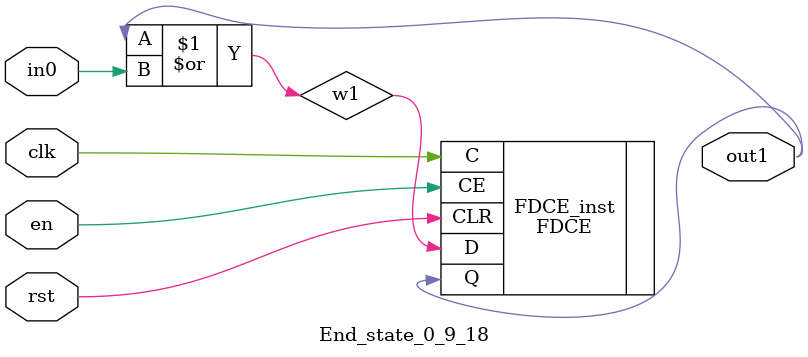
<source format=v>
module engine_0_9(out,clk,sod,en, in_0, in_1, in_3, in_4, in_5, in_6, in_7, in_8, in_12, in_21, in_24, in_25, in_27, in_31);
//pcre: /^[a-zA-Z]+\s+\x2Flogin\x2Ejsp.*\x2E\x2E\x2F/mi
//block char: ^[9], \x20[8], N[0], O[0], L[0], G[0], I[0], S[0], \x2E[8], p[0], [\z617a\z415a][1], \x2F[8], j[0], .[7], 

	input clk,sod,en;

	input in_0, in_1, in_3, in_4, in_5, in_6, in_7, in_8, in_12, in_21, in_24, in_25, in_27, in_31;
	output out;

	assign w0 = 1'b1;
	state_0_9_1 BlockState_0_9_1 (w1,in_0,clk,en,sod,w0);
	state_0_9_2 BlockState_0_9_2 (w2,in_24,clk,en,sod,w2,w1);
	state_0_9_3 BlockState_0_9_3 (w3,in_1,clk,en,sod,w3,w2);
	state_0_9_4 BlockState_0_9_4 (w4,in_25,clk,en,sod,w3);
	state_0_9_5 BlockState_0_9_5 (w5,in_5,clk,en,sod,w4);
	state_0_9_6 BlockState_0_9_6 (w6,in_4,clk,en,sod,w5);
	state_0_9_7 BlockState_0_9_7 (w7,in_6,clk,en,sod,w6);
	state_0_9_8 BlockState_0_9_8 (w8,in_7,clk,en,sod,w7);
	state_0_9_9 BlockState_0_9_9 (w9,in_3,clk,en,sod,w8);
	state_0_9_10 BlockState_0_9_10 (w10,in_12,clk,en,sod,w9);
	state_0_9_11 BlockState_0_9_11 (w11,in_27,clk,en,sod,w10);
	state_0_9_12 BlockState_0_9_12 (w12,in_8,clk,en,sod,w11);
	state_0_9_13 BlockState_0_9_13 (w13,in_21,clk,en,sod,w12);
	state_0_9_14 BlockState_0_9_14 (w14,in_31,clk,en,sod,w14,w13);
	state_0_9_15 BlockState_0_9_15 (w15,in_12,clk,en,sod,w13,w14);
	state_0_9_16 BlockState_0_9_16 (w16,in_12,clk,en,sod,w15);
	state_0_9_17 BlockState_0_9_17 (w17,in_25,clk,en,sod,w16);
	End_state_0_9_18 BlockState_0_9_18 (out,clk,en,sod,w17);
endmodule

module state_0_9_1(out1,in_char,clk,en,rst,in0);
	input in_char,clk,en,rst,in0;
	output out1;
	wire w1,w2;
	assign w1 = in0; 
	and(w2,in_char,w1);
	FDCE #(.INIT(1'b0)) FDCE_inst (
		.Q(out1),
		.C(clk),
		.CE(en),
		.CLR(rst),
		.D(w2)
);
endmodule

module state_0_9_2(out1,in_char,clk,en,rst,in0,in1);
	input in_char,clk,en,rst,in0,in1;
	output out1;
	wire w1,w2;
	or(w1,in0,in1);
	and(w2,in_char,w1);
	FDCE #(.INIT(1'b0)) FDCE_inst (
		.Q(out1),
		.C(clk),
		.CE(en),
		.CLR(rst),
		.D(w2)
);
endmodule

module state_0_9_3(out1,in_char,clk,en,rst,in0,in1);
	input in_char,clk,en,rst,in0,in1;
	output out1;
	wire w1,w2;
	or(w1,in0,in1);
	and(w2,in_char,w1);
	FDCE #(.INIT(1'b0)) FDCE_inst (
		.Q(out1),
		.C(clk),
		.CE(en),
		.CLR(rst),
		.D(w2)
);
endmodule

module state_0_9_4(out1,in_char,clk,en,rst,in0);
	input in_char,clk,en,rst,in0;
	output out1;
	wire w1,w2;
	assign w1 = in0; 
	and(w2,in_char,w1);
	FDCE #(.INIT(1'b0)) FDCE_inst (
		.Q(out1),
		.C(clk),
		.CE(en),
		.CLR(rst),
		.D(w2)
);
endmodule

module state_0_9_5(out1,in_char,clk,en,rst,in0);
	input in_char,clk,en,rst,in0;
	output out1;
	wire w1,w2;
	assign w1 = in0; 
	and(w2,in_char,w1);
	FDCE #(.INIT(1'b0)) FDCE_inst (
		.Q(out1),
		.C(clk),
		.CE(en),
		.CLR(rst),
		.D(w2)
);
endmodule

module state_0_9_6(out1,in_char,clk,en,rst,in0);
	input in_char,clk,en,rst,in0;
	output out1;
	wire w1,w2;
	assign w1 = in0; 
	and(w2,in_char,w1);
	FDCE #(.INIT(1'b0)) FDCE_inst (
		.Q(out1),
		.C(clk),
		.CE(en),
		.CLR(rst),
		.D(w2)
);
endmodule

module state_0_9_7(out1,in_char,clk,en,rst,in0);
	input in_char,clk,en,rst,in0;
	output out1;
	wire w1,w2;
	assign w1 = in0; 
	and(w2,in_char,w1);
	FDCE #(.INIT(1'b0)) FDCE_inst (
		.Q(out1),
		.C(clk),
		.CE(en),
		.CLR(rst),
		.D(w2)
);
endmodule

module state_0_9_8(out1,in_char,clk,en,rst,in0);
	input in_char,clk,en,rst,in0;
	output out1;
	wire w1,w2;
	assign w1 = in0; 
	and(w2,in_char,w1);
	FDCE #(.INIT(1'b0)) FDCE_inst (
		.Q(out1),
		.C(clk),
		.CE(en),
		.CLR(rst),
		.D(w2)
);
endmodule

module state_0_9_9(out1,in_char,clk,en,rst,in0);
	input in_char,clk,en,rst,in0;
	output out1;
	wire w1,w2;
	assign w1 = in0; 
	and(w2,in_char,w1);
	FDCE #(.INIT(1'b0)) FDCE_inst (
		.Q(out1),
		.C(clk),
		.CE(en),
		.CLR(rst),
		.D(w2)
);
endmodule

module state_0_9_10(out1,in_char,clk,en,rst,in0);
	input in_char,clk,en,rst,in0;
	output out1;
	wire w1,w2;
	assign w1 = in0; 
	and(w2,in_char,w1);
	FDCE #(.INIT(1'b0)) FDCE_inst (
		.Q(out1),
		.C(clk),
		.CE(en),
		.CLR(rst),
		.D(w2)
);
endmodule

module state_0_9_11(out1,in_char,clk,en,rst,in0);
	input in_char,clk,en,rst,in0;
	output out1;
	wire w1,w2;
	assign w1 = in0; 
	and(w2,in_char,w1);
	FDCE #(.INIT(1'b0)) FDCE_inst (
		.Q(out1),
		.C(clk),
		.CE(en),
		.CLR(rst),
		.D(w2)
);
endmodule

module state_0_9_12(out1,in_char,clk,en,rst,in0);
	input in_char,clk,en,rst,in0;
	output out1;
	wire w1,w2;
	assign w1 = in0; 
	and(w2,in_char,w1);
	FDCE #(.INIT(1'b0)) FDCE_inst (
		.Q(out1),
		.C(clk),
		.CE(en),
		.CLR(rst),
		.D(w2)
);
endmodule

module state_0_9_13(out1,in_char,clk,en,rst,in0);
	input in_char,clk,en,rst,in0;
	output out1;
	wire w1,w2;
	assign w1 = in0; 
	and(w2,in_char,w1);
	FDCE #(.INIT(1'b0)) FDCE_inst (
		.Q(out1),
		.C(clk),
		.CE(en),
		.CLR(rst),
		.D(w2)
);
endmodule

module state_0_9_14(out1,in_char,clk,en,rst,in0,in1);
	input in_char,clk,en,rst,in0,in1;
	output out1;
	wire w1,w2;
	or(w1,in0,in1);
	and(w2,in_char,w1);
	FDCE #(.INIT(1'b0)) FDCE_inst (
		.Q(out1),
		.C(clk),
		.CE(en),
		.CLR(rst),
		.D(w2)
);
endmodule

module state_0_9_15(out1,in_char,clk,en,rst,in0,in1);
	input in_char,clk,en,rst,in0,in1;
	output out1;
	wire w1,w2;
	or(w1,in0,in1);
	and(w2,in_char,w1);
	FDCE #(.INIT(1'b0)) FDCE_inst (
		.Q(out1),
		.C(clk),
		.CE(en),
		.CLR(rst),
		.D(w2)
);
endmodule

module state_0_9_16(out1,in_char,clk,en,rst,in0);
	input in_char,clk,en,rst,in0;
	output out1;
	wire w1,w2;
	assign w1 = in0; 
	and(w2,in_char,w1);
	FDCE #(.INIT(1'b0)) FDCE_inst (
		.Q(out1),
		.C(clk),
		.CE(en),
		.CLR(rst),
		.D(w2)
);
endmodule

module state_0_9_17(out1,in_char,clk,en,rst,in0);
	input in_char,clk,en,rst,in0;
	output out1;
	wire w1,w2;
	assign w1 = in0; 
	and(w2,in_char,w1);
	FDCE #(.INIT(1'b0)) FDCE_inst (
		.Q(out1),
		.C(clk),
		.CE(en),
		.CLR(rst),
		.D(w2)
);
endmodule

module End_state_0_9_18(out1,clk,en,rst,in0);
	input clk,rst,en,in0;
	output out1;
	wire w1;
	or(w1,out1,in0);
	FDCE #(.INIT(1'b0)) FDCE_inst (
		.Q(out1),
		.C(clk),
		.CE(en),
		.CLR(rst),
		.D(w1)
);
endmodule


</source>
